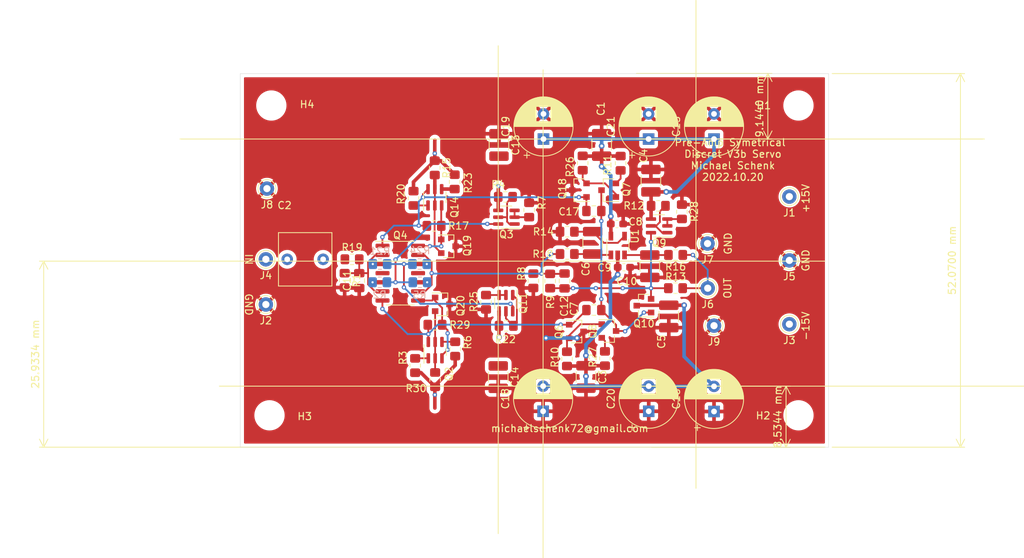
<source format=kicad_pcb>
(kicad_pcb (version 20211014) (generator pcbnew)
  (layers (0 "F.Cu" signal) (31 "B.Cu" signal) (34 "B.Paste" user) (35 "F.Paste" user) (36 "B.SilkS" user "B.Silkscreen") (37 "F.SilkS" user "F.Silkscreen") (38 "B.Mask" user) (39 "F.Mask" user) (44 "Edge.Cuts" user))
  (net 0 "")
  (net 1 "GND")
  (net 2 "+15V")
  (net 3 "Net-(C2-Pad2)")
  (net 4 "Net-(C2-Pad1)")
  (net 5 "-15V")
  (net 6 "Net-(C7-Pad2)")
  (net 7 "Net-(Q2-Pad2)")
  (net 8 "Net-(Q2-Pad1)")
  (net 9 "Net-(Q6-Pad2)")
  (net 10 "Net-(Q7-Pad2)")
  (net 11 "Net-(C12-Pad2)")
  (net 12 "Net-(C12-Pad1)")
  (net 13 "Net-(C17-Pad1)")
  (net 14 "Net-(C17-Pad2)")
  (net 15 "Net-(Q18-Pad2)")
  (net 16 "Net-(Q8-Pad2)")
  (net 17 "Net-(Q14-Pad2)")
  (net 18 "Net-(Q14-Pad1)")
  (net 19 "Net-(Q11-Pad1)")
  (net 20 "Net-(Q11-Pad6)")
  (net 21 "Net-(Q11-Pad2)")
  (net 22 "Net-(Q14-Pad4)")
  (net 23 "Net-(Q3-Pad6)")
  (net 24 "Net-(Q3-Pad1)")
  (net 25 "Net-(Q3-Pad2)")
  (net 26 "Net-(Q9-Pad2)")
  (net 27 "Net-(Q9-Pad1)")
  (net 28 "Net-(Q2-Pad4)")
  (net 29 "Net-(Q2-Pad3)")
  (net 30 "Net-(Q14-Pad3)")
  (net 31 "Net-(Q4-Pad12)")
  (net 32 "Net-(Q4-Pad10)")
  (net 33 "Net-(Q4-Pad5)")
  (net 34 "Net-(Q4-Pad3)")
  (net 35 "Net-(C6-Pad2)")
  (net 36 "DCSERVO_OUT")
  (net 37 "Net-(C10-Pad2)")
  (net 38 "DCSERVO_IN")
  (net 39 "Net-(Q4-Pad2)")
  (footprint "Capacitor_THT:C_Rect_L7.2mm_W7.2mm_P5.00mm_FKS2_FKP2_MKS2_MKP2" (layer "F.Cu") (at 133.4516 121.7676 180)
    (fp_text reference "C2")
    (fp_text value "3.3uF")
  )
  (footprint "Capacitor_SMD:C_1210_3225Metric_Pad1.33x2.70mm_HandSolder" (layer "F.Cu") (at 181.584674 129.7309 -90)
    (fp_text reference "C5")
    (fp_text value "100nF")
  )
  (footprint "Capacitor_SMD:C_0805_2012Metric_Pad1.18x1.45mm_HandSolder" (layer "F.Cu") (at 171.149174 128.8415 180)
    (fp_text reference "C7")
    (fp_text value "470pF")
  )
  (footprint "MountingHole:MountingHole_3.2mm_M3" (layer "F.Cu") (at 125.984 143.51)
    (fp_text reference "H3")
    (fp_text value "MountingHole")
  )
  (footprint "Connector_Pin:Pin_D1.0mm_L10.0mm" (layer "F.Cu") (at 125.476 128.0668)
    (fp_text reference "J2")
    (fp_text value "Conn_01x01")
  )
  (footprint "Connector_Pin:Pin_D1.0mm_L10.0mm" (layer "F.Cu") (at 125.476 121.7676)
    (fp_text reference "J4")
    (fp_text value "Conn_01x01")
  )
  (footprint "Package_TO_SOT_SMD:SOT-23" (layer "F.Cu") (at 168.710174 131.826)
    (fp_text reference "Q6")
    (fp_text value "BC850C")
  )
  (footprint "Package_TO_SOT_SMD:SOT-23" (layer "F.Cu") (at 173.218674 112.1308 180)
    (fp_text reference "Q7")
    (fp_text value "BC860C")
  )
  (footprint "Package_TO_SOT_SMD:SOT-23" (layer "F.Cu") (at 178.120874 128.2294 180)
    (fp_text reference "Q10")
    (fp_text value "BC860C")
  )
  (footprint "Resistor_SMD:R_0805_2012Metric_Pad1.20x1.40mm_HandSolder" (layer "F.Cu") (at 136.4488 124.698 -90)
    (fp_text reference "R1")
    (fp_text value "10k")
  )
  (footprint "Resistor_SMD:R_0805_2012Metric_Pad1.20x1.40mm_HandSolder" (layer "F.Cu") (at 146.265974 136.5725 -90)
    (fp_text reference "R3")
    (fp_text value "68R")
  )
  (footprint "Resistor_SMD:R_0805_2012Metric_Pad1.20x1.40mm_HandSolder" (layer "F.Cu") (at 158.835674 113.0681)
    (fp_text reference "R4")
    (fp_text value "100R")
  )
  (footprint "Resistor_SMD:R_0805_2012Metric_Pad1.20x1.40mm_HandSolder" (layer "F.Cu") (at 151.841274 134.2611 -90)
    (fp_text reference "R6")
    (fp_text value "68R")
  )
  (footprint "Resistor_SMD:R_0805_2012Metric_Pad1.20x1.40mm_HandSolder" (layer "F.Cu") (at 165.061974 124.7935 90)
    (fp_text reference "R9")
    (fp_text value "10k")
  )
  (footprint "Resistor_SMD:R_0805_2012Metric_Pad1.20x1.40mm_HandSolder" (layer "F.Cu") (at 167.411474 135.6454 -90)
    (fp_text reference "R10")
    (fp_text value "2k2")
  )
  (footprint "MountingHole:MountingHole_3.2mm_M3" (layer "F.Cu") (at 199.644 143.51)
    (fp_text reference "H2")
    (fp_text value "MountingHole")
  )
  (footprint "MountingHole:MountingHole_3.2mm_M3" (layer "F.Cu") (at 199.644 100.33)
    (fp_text reference "H1")
    (fp_text value "MountingHole")
  )
  (footprint "Resistor_SMD:R_0805_2012Metric_Pad1.20x1.40mm_HandSolder" (layer "F.Cu") (at 174.879074 108.3724 -90)
    (fp_text reference "R11")
    (fp_text value "39R")
  )
  (footprint "Capacitor_SMD:C_1210_3225Metric_Pad1.33x2.70mm_HandSolder" (layer "F.Cu") (at 179.095474 110.8071 -90)
    (fp_text reference "C4")
    (fp_text value "100nF")
  )
  (footprint "MountingHole:MountingHole_3.2mm_M3" (layer "F.Cu") (at 126.238 100.33)
    (fp_text reference "H4")
    (fp_text value "MountingHole")
  )
  (footprint "Resistor_SMD:R_0805_2012Metric_Pad1.20x1.40mm_HandSolder" (layer "F.Cu") (at 162.725174 124.7615 -90)
    (fp_text reference "R8")
    (fp_text value "10k")
  )
  (footprint "Capacitor_SMD:C_0805_2012Metric_Pad1.18x1.45mm_HandSolder" (layer "F.Cu") (at 167.068574 124.7814 90)
    (fp_text reference "C12")
    (fp_text value "0pF")
  )
  (footprint "Capacitor_SMD:C_1210_3225Metric_Pad1.33x2.70mm_HandSolder" (layer "F.Cu") (at 157.8356 138.1883 -90)
    (fp_text reference "C14")
    (fp_text value "100nF")
  )
  (footprint "Resistor_SMD:R_0805_2012Metric_Pad1.20x1.40mm_HandSolder" (layer "F.Cu") (at 162.140974 114.8875 90)
    (fp_text reference "R7")
    (fp_text value "10k")
  )
  (footprint "Connector_Pin:Pin_D1.0mm_L10.0mm" (layer "F.Cu") (at 187.007574 125.7935)
    (fp_text reference "J6")
    (fp_text value "Conn_01x01")
  )
  (footprint "Connector_Pin:Pin_D1.0mm_L10.0mm" (layer "F.Cu") (at 186.982174 119.5705)
    (fp_text reference "J7")
    (fp_text value "Conn_01x01")
  )
  (footprint "Package_TO_SOT_SMD:SOT-23" (layer "F.Cu") (at 173.250174 131.76)
    (fp_text reference "Q8")
    (fp_text value "BC850C")
  )
  (footprint "Capacitor_THT:CP_Radial_D8.0mm_P3.50mm" (layer "F.Cu") (at 187.883874 105.0036 90)
    (fp_text reference "C15")
    (fp_text value "220uF")
  )
  (footprint "Capacitor_SMD:C_0805_2012Metric_Pad1.18x1.45mm_HandSolder" (layer "F.Cu") (at 171.149174 115.0366 180)
    (fp_text reference "C17")
    (fp_text value "470pF")
  )
  (footprint "Package_TO_SOT_SMD:SOT-23" (layer "F.Cu") (at 169.129274 112.1308 180)
    (fp_text reference "Q18")
    (fp_text value "BC860C")
  )
  (footprint "Resistor_SMD:R_0805_2012Metric_Pad1.20x1.40mm_HandSolder" (layer "F.Cu") (at 146.037374 113.2619 -90)
    (fp_text reference "R20")
    (fp_text value "68R")
  )
  (footprint "Resistor_SMD:R_0805_2012Metric_Pad1.20x1.40mm_HandSolder" (layer "F.Cu") (at 158.943874 131.0386 180)
    (fp_text reference "R22")
    (fp_text value "100R")
  )
  (footprint "Resistor_SMD:R_0805_2012Metric_Pad1.20x1.40mm_HandSolder" (layer "F.Cu") (at 151.765074 110.9759 -90)
    (fp_text reference "R23")
    (fp_text value "68R")
  )
  (footprint "Resistor_SMD:R_0805_2012Metric_Pad1.20x1.40mm_HandSolder" (layer "F.Cu") (at 156.133874 127.746 90)
    (fp_text reference "R25")
    (fp_text value "10k")
  )
  (footprint "Resistor_SMD:R_0805_2012Metric_Pad1.20x1.40mm_HandSolder" (layer "F.Cu") (at 169.595874 108.347 -90)
    (fp_text reference "R26")
    (fp_text value "2k2")
  )
  (footprint "Resistor_SMD:R_0805_2012Metric_Pad1.20x1.40mm_HandSolder" (layer "F.Cu") (at 172.694674 135.5946 -90)
    (fp_text reference "R27")
    (fp_text value "39R")
  )
  (footprint "Resistor_SMD:R_0805_2012Metric_Pad1.20x1.40mm_HandSolder" (layer "F.Cu") (at 183.413474 115.1415 90)
    (fp_text reference "R28")
    (fp_text value "10k")
  )
  (footprint "Connector_Pin:Pin_D1.0mm_L10.0mm" (layer "F.Cu") (at 198.374 113.03)
    (fp_text reference "J1")
    (fp_text value "Conn_01x01")
  )
  (footprint "Connector_Pin:Pin_D1.0mm_L10.0mm" (layer "F.Cu") (at 198.374 130.81)
    (fp_text reference "J3")
    (fp_text value "Conn_01x01")
  )
  (footprint "Connector_Pin:Pin_D1.0mm_L10.0mm" (layer "F.Cu") (at 198.374 121.92)
    (fp_text reference "J5")
    (fp_text value "Conn_01x01")
  )
  (footprint "Capacitor_THT:CP_Radial_D8.0mm_P3.50mm" (layer "F.Cu") (at 187.883874 142.978251 90)
    (fp_text reference "C16")
    (fp_text value "220uF")
  )
  (footprint "Package_TO_SOT_SMD:SOT-23" (layer "F.Cu") (at 150.047274 128.0439)
    (fp_text reference "Q20")
    (fp_text value "BC850C")
  )
  (footprint "Resistor_SMD:R_0805_2012Metric_Pad1.20x1.40mm_HandSolder" (layer "F.Cu") (at 148.898174 117.1067 180)
    (fp_text reference "R17")
    (fp_text value "47k")
  )
  (footprint "Resistor_SMD:R_0805_2012Metric_Pad1.20x1.40mm_HandSolder" (layer "F.Cu") (at 149.025174 130.8862 180)
    (fp_text reference "R29")
    (fp_text value "47k")
  )
  (footprint "Resistor_SMD:R_0805_2012Metric_Pad1.20x1.40mm_HandSolder" (layer "F.Cu") (at 149.047274 138.541 -90)
    (fp_text reference "R30")
    (fp_text value "1k")
  )
  (footprint "Package_SO:SC-74-6_1.5x2.9mm_P0.95mm" (layer "F.Cu") (at 158.973174 115.8977 180)
    (fp_text reference "Q3")
    (fp_text value "BCM857DS,115")
  )
  (footprint "Package_SO:SC-74-6_1.5x2.9mm_P0.95mm" (layer "F.Cu") (at 180.245674 117.1067 180)
    (fp_text reference "Q9")
    (fp_text value "BCM857DS,115")
  )
  (footprint "Package_SO:SC-74-6_1.5x2.9mm_P0.95mm" (layer "F.Cu") (at 158.904974 127.8788 -90)
    (fp_text reference "Q11")
    (fp_text value "BCM847DS,115")
  )
  (footprint "Capacitor_SMD:C_1210_3225Metric_Pad1.33x2.70mm_HandSolder" (layer "F.Cu") (at 157.9372 105.8287 -90)
    (fp_text reference "C13")
    (fp_text value "100nF")
  )
  (footprint "Package_SO:SC-74-6_1.5x2.9mm_P0.95mm" (layer "F.Cu") (at 149.006674 113.1244 90)
    (fp_text reference "Q14")
    (fp_text value "BCM857DS,115")
  )
  (footprint "Resistor_SMD:R_0805_2012Metric_Pad1.20x1.40mm_HandSolder" (layer "F.Cu") (at 180.120874 114.3127)
    (fp_text reference "R12")
    (fp_text value "100R")
  )
  (footprint "Package_SO:SC-74-6_1.5x2.9mm_P0.95mm" (layer "F.Cu") (at 149.049774 134.424 90)
    (fp_text reference "Q2")
    (fp_text value "BCM847DS,115")
  )
  (footprint "Package_TO_SOT_SMD:SOT-23" (layer "F.Cu") (at 150.898174 119.949)
    (fp_text reference "Q19")
    (fp_text value "BC860C")
  )
  (footprint "Resistor_SMD:R_0805_2012Metric_Pad1.20x1.40mm_HandSolder" (layer "F.Cu") (at 148.996474 109.0201 -90)
    (fp_text reference "R15")
    (fp_text value "1k")
  )
  (footprint "Package_SO:SOIC-14_3.9x8.7mm_P1.27mm" (layer "F.Cu") (at 144.195874 123.698)
    (fp_text reference "Q4")
    (fp_text value "THAT340")
  )
  (footprint "Capacitor_SMD:C_1210_3225Metric_Pad1.33x2.70mm_HandSolder" (layer "F.Cu") (at 172.237474 105.8287 -90)
    (fp_text reference "C1")
    (fp_text value "100nF")
  )
  (footprint "Capacitor_SMD:C_1210_3225Metric_Pad1.33x2.70mm_HandSolder" (layer "F.Cu") (at 170.053074 138.1637 -90)
    (fp_text reference "C3")
    (fp_text value "100nF")
  )
  (footprint "Capacitor_SMD:C_1210_3225Metric_Pad1.33x2.70mm_HandSolder" (layer "F.Cu") (at 178.943074 122.7328 90)
    (fp_text reference "C10")
    (fp_text value "1uF")
  )
  (footprint "Resistor_SMD:R_0805_2012Metric_Pad1.20x1.40mm_HandSolder" (layer "F.Cu") (at 167.440174 121.031 180)
    (fp_text reference "R18")
    (fp_text value "10k")
  )
  (footprint "Resistor_SMD:R_0805_2012Metric_Pad1.20x1.40mm_HandSolder" (layer "F.Cu") (at 182.533874 121.158 180)
    (fp_text reference "R16")
    (fp_text value "100k")
  )
  (footprint "Capacitor_SMD:C_0603_1608Metric_Pad1.08x0.95mm_HandSolder" (layer "F.Cu") (at 175.335174 122.8725 180)
    (fp_text reference "C9")
    (fp_text value "100nF")
  )
  (footprint "Resistor_SMD:R_0805_2012Metric_Pad1.20x1.40mm_HandSolder" (layer "F.Cu") (at 167.440174 117.9195 180)
    (fp_text reference "R14")
    (fp_text value "100k")
  )
  (footprint "Capacitor_SMD:C_0603_1608Metric_Pad1.08x0.95mm_HandSolder" (layer "F.Cu") (at 174.369974 116.84 180)
    (fp_text reference "C8")
    (fp_text value "100nF")
  )
  (footprint "Package_TO_SOT_SMD:TSOT-23-5" (layer "F.Cu") (at 174.472674 119.848 90)
    (fp_text reference "U1")
    (fp_text value "OPA188xxDBV")
  )
  (footprint "Capacitor_SMD:C_1210_3225Metric_Pad1.33x2.70mm_HandSolder" (layer "F.Cu") (at 170.980174 119.4685 90)
    (fp_text reference "C6")
    (fp_text value "1uF")
  )
  (footprint "Resistor_SMD:R_0805_2012Metric_Pad1.20x1.40mm_HandSolder" (layer "F.Cu") (at 182.521174 125.7935 180)
    (fp_text reference "R13")
    (fp_text value "47R")
  )
  (footprint "Capacitor_THT:CP_Radial_D8.0mm_P3.50mm" (layer "F.Cu") (at 164.084 142.946 90)
    (fp_text reference "C18")
    (fp_text value "220uF")
  )
  (footprint "Connector_Pin:Pin_D1.0mm_L10.0mm" (layer "F.Cu") (at 187.883874 131.0132)
    (fp_text reference "J9")
    (fp_text value "Conn_01x01")
  )
  (footprint "Connector_Pin:Pin_D1.0mm_L10.0mm" (layer "F.Cu") (at 125.6284 111.9124)
    (fp_text reference "J8")
    (fp_text value "Conn_01x01")
  )
  (footprint "Capacitor_THT:CP_Radial_D8.0mm_P3.50mm" (layer "F.Cu") (at 178.790674 142.946 90)
    (fp_text reference "C20")
    (fp_text value "220uF")
  )
  (footprint "Resistor_SMD:R_0805_2012Metric_Pad1.20x1.40mm_HandSolder" (layer "F.Cu") (at 137.4808 121.7676)
    (fp_text reference "R19")
    (fp_text value "470R")
  )
  (footprint "Capacitor_THT:CP_Radial_D8.0mm_P3.50mm" (layer "F.Cu") (at 164.1348 105.0036 90)
    (fp_text reference "C19")
    (fp_text value "220uF")
  )
  (footprint "Capacitor_SMD:C_0805_2012Metric_Pad1.18x1.45mm_HandSolder" (layer "F.Cu") (at 138.4808 124.7355 90)
    (fp_text reference "C11")
    (fp_text value "33p")
  )
  (footprint "Capacitor_THT:CP_Radial_D8.0mm_P3.50mm" (layer "F.Cu") (at 178.772635 105.0036 90)
    (fp_text reference "C21")
    (fp_text value "220uF")
  )
  (footprint "Resistor_SMD:R_0805_2012Metric_Pad1.20x1.40mm_HandSolder" (layer "B.Cu") (at 141.335074 124.968 180)
    (fp_text reference "R2")
    (fp_text value "100R")
  )
  (footprint "Resistor_SMD:R_0805_2012Metric_Pad1.20x1.40mm_HandSolder" (layer "B.Cu") (at 146.939074 124.968)
    (fp_text reference "R5")
    (fp_text value "100R")
  )
  (footprint "Resistor_SMD:R_0805_2012Metric_Pad1.20x1.40mm_HandSolder" (layer "B.Cu") (at 141.367074 122.428)
    (fp_text reference "R21")
    (fp_text value "100R")
  )
  (footprint "Resistor_SMD:R_0805_2012Metric_Pad1.20x1.40mm_HandSolder" (layer "B.Cu") (at 146.888274 122.428 180)
    (fp_text reference "R24")
    (fp_text value "100R")
  )
  (gr_line (start 119.006 139.446) (end 231.006 139.446) (layer "F.SilkS") (width 0.12))
  (gr_line (start 157.8356 91.9988) (end 157.8356 159.9988) (layer "F.SilkS") (width 0.12))
  (gr_line (start 185.3692 85.6848) (end 185.3692 153.6848) (layer "F.SilkS") (width 0.12))
  (gr_line (start 164.084 95.3516) (end 164.084 163.3516) (layer "F.SilkS") (width 0.12))
  (gr_line (start 113.5196 105.0036) (end 225.5196 105.0036) (layer "F.SilkS") (width 0.12))
  (gr_line (start 203.835 95.885) (end 121.92 95.885) (layer "Edge.Cuts") (width 0.05))
  (gr_line (start 121.92 95.885) (end 121.92 96.52) (layer "Edge.Cuts") (width 0.05))
  (gr_line (start 121.92 96.52) (end 121.92 147.955) (layer "Edge.Cuts") (width 0.05))
  (gr_line (start 121.92 147.955) (end 203.835 147.955) (layer "Edge.Cuts") (width 0.05))
  (gr_line (start 203.835 147.955) (end 203.835 95.885) (layer "Edge.Cuts") (width 0.05))
  (gr_text "GND" (at 189.839674 119.5705 90) (layer "F.SilkS") (effects (font (size 1 1))))
  (gr_text "OUT" (at 189.776174 125.7935 90) (layer "F.SilkS") (effects (font (size 1 1))))
  (gr_text "michaelschenk72@gmail.com" (at 167.792474 145.3388) (layer "F.SilkS") (effects (font (size 1 1))))
  (gr_text "GND" (at 200.66 121.92 90) (layer "F.SilkS") (effects (font (size 1 1))))
  (gr_text "+15V" (at 200.66 113.284 90) (layer "F.SilkS") (effects (font (size 1 1))))
  (gr_text "-15V" (at 200.66 131.064 90) (layer "F.SilkS") (effects (font (size 1 1))))
  (gr_text "Pre-Amp Symetrical \nDiscret V3b Servo\nMichael Schenk\n2022.10.20" (at 190.5127 107.8992) (layer "F.SilkS") (effects (font (size 1 1))))
  (gr_text "GND" (at 123.0884 128.0668 270) (layer "F.SilkS") (effects (font (size 1 1))))
  (gr_text "IN" (at 123.0884 121.7676 270) (layer "F.SilkS") (effects (font (size 1 1))))
  (dimension (type aligned) (layer "F.SilkS") (pts (xy 178.6636 147.9804) (xy 178.6636 139.446)) (height 19.2532) (gr_text "8.5344 mm" (at 196.7668 143.7132 90) (layer "F.SilkS") (effects (font (size 1 1) (thickness 0.15)))) (format (units 3) (units_format 1) (precision 4)) (style (thickness 0.12) (arrow_length 1.27) (text_position_mode 0) (extension_height 0.58642) (extension_offset 0.5) keep_text_aligned))
  (dimension (type aligned) (layer "F.SilkS") (pts (xy 176.5808 105.0036) (xy 176.5808 95.8596)) (height 18.796) (gr_text "9.1440 mm" (at 194.2268 100.4316 90) (layer "F.SilkS") (effects (font (size 1 1) (thickness 0.15)))) (format (units 3) (units_format 1) (precision 4)) (style (thickness 0.12) (arrow_length 1.27) (text_position_mode 0) (extension_height 0.58642) (extension_offset 0.5) keep_text_aligned))
  (dimension (type aligned) (layer "F.SilkS") (pts (xy 203.835 95.885) (xy 203.835 147.955)) (height -18.3642) (gr_text "52.0700 mm" (at 221.0492 121.92 90) (layer "F.SilkS") (effects (font (size 1 1) (thickness 0.15)))) (format (units 3) (units_format 1) (precision 4)) (style (thickness 0.12) (arrow_length 1.27) (text_position_mode 0) (extension_height 0.58642) (extension_offset 0.5) keep_text_aligned))
  (dimension (type aligned) (layer "F.SilkS") (pts (xy 203.835 147.955) (xy 203.835 122.0216)) (height -109.2962) (gr_text "25.9334 mm" (at 93.3888 134.9883 90) (layer "F.SilkS") (effects (font (size 1 1) (thickness 0.15)))) (format (units 3) (units_format 1) (precision 4)) (style (thickness 0.12) (arrow_length 1.27) (text_position_mode 0) (extension_height 0.58642) (extension_offset 0.5) keep_text_aligned))
  (segment (start 169.710174 131.838626) (end 168.8084 132.7404) (width 0.5) (layer "F.Cu") (net 1))
  (segment (start 169.710174 131.826) (end 169.710174 131.838626) (width 0.5) (layer "F.Cu") (net 1))
  (via (at 168.8084 132.7404) (size 0.8) (drill 0.4) (layers "F.Cu" "B.Cu") (net 1))
  (via (at 164.4904 132.7404) (size 0.8) (drill 0.4) (layers "F.Cu" "B.Cu") (net 1))
  (segment (start 168.8084 132.7404) (end 164.4904 132.7404) (width 0.5) (layer "B.Cu") (net 1))
  (segment (start 148.996474 107.0102) (end 148.996474 105.1687) (width 0.5) (layer "F.Cu") (net 2))
  (segment (start 146.037374 112.2619) (end 146.037374 110.9792) (width 0.5) (layer "F.Cu") (net 2))
  (segment (start 173.507474 116.84) (end 173.507474 115.7732) (width 0.5) (layer "F.Cu") (net 2))
  (segment (start 172.256274 107.3724) (end 172.237474 107.3912) (width 0.5) (layer "F.Cu") (net 2))
  (segment (start 149.809274 108.0201) (end 151.765074 109.9759) (width 0.5) (layer "F.Cu") (net 2))
  (segment (start 148.996474 108.0201) (end 149.809274 108.0201) (width 0.5) (layer "F.Cu") (net 2))
  (segment (start 172.237474 107.3912) (end 172.237474 108.8136) (width 0.5) (layer "F.Cu") (net 2))
  (segment (start 179.120874 116.144) (end 179.108174 116.1567) (width 0.5) (layer "F.Cu") (net 2))
  (segment (start 146.037374 110.9792) (end 148.996474 108.0201) (width 0.5) (layer "F.Cu") (net 2))
  (segment (start 157.848374 111.5822) (end 157.848374 113.0554) (width 0.5) (layer "F.Cu") (net 2))
  (segment (start 179.120874 112.395) (end 179.095474 112.3696) (width 0.5) (layer "F.Cu") (net 2))
  (segment (start 148.996474 105.1687) (end 149.009174 105.156) (width 0.5) (layer "F.Cu") (net 2))
  (segment (start 179.095474 112.3696) (end 181.229074 112.3696) (width 0.5) (layer "F.Cu") (net 2))
  (segment (start 172.237474 107.3912) (end 172.237474 105.9688) (width 0.5) (layer "F.Cu") (net 2))
  (segment (start 157.848374 113.0554) (end 157.835674 113.0681) (width 0.5) (layer "F.Cu") (net 2))
  (segment (start 172.237474 107.3912) (end 169.640074 107.3912) (width 0.5) (layer "F.Cu") (net 2))
  (segment (start 174.879074 107.3724) (end 172.256274 107.3724) (width 0.5) (layer "F.Cu") (net 2))
  (segment (start 179.120874 114.3127) (end 179.120874 116.144) (width 0.5) (layer "F.Cu") (net 2))
  (segment (start 148.996474 108.0201) (end 148.996474 107.0102) (width 0.5) (layer "F.Cu") (net 2))
  (segment (start 173.522674 116.8552) (end 173.507474 116.84) (width 0.5) (layer "F.Cu") (net 2))
  (segment (start 169.640074 107.3912) (end 169.595874 107.347) (width 0.5) (layer "F.Cu") (net 2))
  (segment (start 173.522674 118.538) (end 173.522674 116.8552) (width 0.5) (layer "F.Cu") (net 2))
  (segment (start 170.154674 107.3724) (end 170.129274 107.347) (width 0.25) (layer "F.Cu") (net 2))
  (segment (start 157.835674 113.0681) (end 157.835674 114.9477) (width 0.5) (layer "F.Cu") (net 2))
  (segment (start 179.120874 114.3127) (end 179.120874 112.395) (width 0.5) (layer "F.Cu") (net 2))
  (via (at 172.237474 105.9688) (size 0.8) (drill 0.4) (layers "F.Cu" "B.Cu") (net 2))
  (via (at 181.229074 112.3696) (size 0.8) (drill 0.4) (layers "F.Cu" "B.Cu") (net 2))
  (via (at 172.237474 108.8136) (size 0.8) (drill 0.4) (layers "F.Cu" "B.Cu") (net 2))
  (via (at 173.507474 115.7732) (size 0.8) (drill 0.4) (layers "F.Cu" "B.Cu") (net 2))
  (via (at 148.996474 107.0102) (size 0.6) (drill 0.3) (layers "F.Cu" "B.Cu") (net 2))
  (via (at 157.848374 111.5822) (size 0.6) (drill 0.3) (layers "F.Cu" "B.Cu") (net 2))
  (segment (start 187.883874 107.188) (end 187.883874 105.0036) (width 0.5) (layer "B.Cu") (net 2))
  (segment (start 157.861074 111.5695) (end 157.848374 111.5822) (width 0.5) (layer "B.Cu") (net 2))
  (segment (start 173.507474 115.7732) (end 173.507474 110.0836) (width 0.5) (layer "B.Cu") (net 2))
  (segment (start 172.4152 105.0036) (end 172.085074 105.0036) (width 0.5) (layer "B.Cu") (net 2))
  (segment (start 164.1348 105.0036) (end 172.4152 105.0036) (width 0.5) (layer "B.Cu") (net 2))
  (segment (start 182.702274 112.3696) (end 187.883874 107.188) (width 0.5) (layer "B.Cu") (net 2))
  (segment (start 172.237474 105.156) (end 172.085074 105.0036) (width 0.5) (layer "B.Cu") (net 2))
  (segment (start 187.883874 105.0036) (end 178.772635 105.0036) (width 0.5) (layer "B.Cu") (net 2))
  (segment (start 173.507474 110.0836) (end 172.237474 108.8136) (width 0.5) (layer "B.Cu") (net 2))
  (segment (start 178.772635 105.0036) (end 172.4152 105.0036) (width 0.5) (layer "B.Cu") (net 2))
  (segment (start 181.229074 112.3696) (end 182.702274 112.3696) (width 0.5) (layer "B.Cu") (net 2))
  (segment (start 172.237474 105.9688) (end 172.237474 105.156) (width 0.5) (layer "B.Cu") (net 2))
  (segment (start 149.009174 140.6525) (end 149.009174 139.5791) (width 0.5) (layer "F.Cu") (net 5))
  (segment (start 170.053074 136.6012) (end 170.053074 135.1788) (width 0.5) (layer "F.Cu") (net 5))
  (segment (start 157.943874 129.0274) (end 157.954974 129.0163) (width 0.5) (layer "F.Cu") (net 5))
  (segment (start 170.053074 136.6012) (end 172.688074 136.6012) (width 0.5) (layer "F.Cu") (net 5))
  (segment (start 167.767074 136.5946) (end 167.716274 136.6454) (width 0.25) (layer "F.Cu") (net 5))
  (segment (start 177.181874 128.1684) (end 177.120874 128.2294) (width 0.5) (layer "F.Cu") (net 5))
  (segment (start 147.078774 137.5725) (end 149.047274 139.541) (width 0.5) (layer "F.Cu") (net 5))
  (segment (start 172.257674 136.6148) (end 172.237474 136.5946) (width 0.5) (layer "F.Cu") (net 5))
  (segment (start 146.265974 137.5725) (end 147.078774 137.5725) (width 0.5) (layer "F.Cu") (net 5))
  (segment (start 149.009174 139.5791) (end 149.047274 139.541) (width 0.5) (layer "F.Cu") (net 5))
  (segment (start 157.943874 131.0386) (end 157.943874 129.0274) (width 0.5) (layer "F.Cu") (net 5))
  (segment (start 151.841274 136.536966) (end 149.047274 139.330966) (width 0.5) (layer "F.Cu") (net 5))
  (segment (start 151.841274 135.2611) (end 151.841274 136.536966) (width 0.5) (layer "F.Cu") (net 5))
  (segment (start 149.009174 142.494) (end 149.009174 140.6525) (width 0.5) (layer "F.Cu") (net 5))
  (segment (start 174.472674 122.8725) (end 174.472674 121.158) (width 0.5) (layer "F.Cu") (net 5))
  (segment (start 157.937274 131.0452) (end 157.943874 131.0386) (width 0.5) (layer "F.Cu") (net 5))
  (segment (start 170.053074 136.6012) (end 170.053074 138.0744) (width 0.5) (layer "F.Cu") (net 5))
  (segment (start 157.937274 132.6388) (end 157.937274 131.0452) (width 0.5) (layer "F.Cu") (net 5))
  (segment (start 174.472674 123.9012) (end 174.472674 122.8725) (width 0.5) (layer "F.Cu") (net 5))
  (segment (start 170.008874 136.6454) (end 170.053074 136.6012) (width 0.5) (layer "F.Cu") (net 5))
  (segment (start 181.584674 128.1684) (end 183.718274 128.1684) (width 0.5) (layer "F.Cu") (net 5))
  (segment (start 181.584674 128.1684) (end 177.181874 128.1684) (width 0.5) (layer "F.Cu") (net 5))
  (segment (start 149.047274 139.330966) (end 149.047274 139.541) (width 0.5) (layer "F.Cu") (net 5))
  (segment (start 167.746874 136.676) (end 167.716274 136.6454) (width 0.5) (layer "F.Cu") (net 5))
  (segment (start 172.688074 136.6012) (end 172.694674 136.5946) (width 0.5) (layer "F.Cu") (net 5))
  (segment (start 167.411474 136.6454) (end 170.008874 136.6454) (width 0.5) (layer "F.Cu") (net 5))
  (via (at 170.053074 138.0744) (size 0.8) (drill 0.4) (layers "F.Cu" "B.Cu") (net 5))
  (via (at 183.718274 128.1684) (size 0.8) (drill 0.4) (layers "F.Cu" "B.Cu") (net 5))
  (via (at 149.009174 140.6525) (size 0.6) (drill 0.3) (layers "F.Cu" "B.Cu") (net 5))
  (via (at 157.937274 132.6388) (size 0.8) (drill 0.4) (layers "F.Cu" "B.Cu") (net 5))
  (via (at 174.472674 123.9012) (size 0.8) (drill 0.4) (layers "F.Cu" "B.Cu") (net 5))
  (via (at 170.053074 135.1788) (size 0.8) (drill 0.4) (layers "F.Cu" "B.Cu") (net 5))
  (segment (start 173.456674 124.9172) (end 174.472674 123.9012) (width 0.5) (layer "B.Cu") (net 5))
  (segment (start 170.053074 133.6548) (end 173.456674 130.2512) (width 0.5) (layer "B.Cu") (net 5))
  (segment (start 173.456674 130.2512) (end 173.456674 124.9172) (width 0.5) (layer "B.Cu") (net 5))
  (segment (start 183.718274 135.312651) (end 183.718274 128.1684) (width 0.5) (layer "B.Cu") (net 5))
  (segment (start 187.883874 139.478251) (end 183.718274 135.312651) (width 0.5) (layer "B.Cu") (net 5))
  (segment (start 170.053074 135.1788) (end 170.053074 133.6548) (width 0.5) (layer "B.Cu") (net 5))
  (segment (start 178.790674 139.446) (end 169.951474 139.446) (width 0.5) (layer "B.Cu") (net 5))
  (segment (start 187.883874 139.478251) (end 178.822925 139.478251) (width 0.5) (layer "B.Cu") (net 5))
  (segment (start 170.053074 138.0744) (end 170.053074 139.3444) (width 0.5) (layer "B.Cu") (net 5))
  (segment (start 170.053074 139.3444) (end 169.951474 139.446) (width 0.5) (layer "B.Cu") (net 5))
  (segment (start 169.951474 139.446) (end 164.084 139.446) (width 0.5) (layer "B.Cu") (net 5))
  (segment (start 178.822925 139.478251) (end 178.790674 139.446) (width 0.5) (layer "B.Cu") (net 5))
  (segment (start 148.099774 133.2865) (end 148.099774 132.1866) (width 0.25) (layer "F.Cu") (net 6))
  (segment (start 166.537674 130.876) (end 166.535174 130.8735) (width 0.25) (layer "F.Cu") (net 6))
  (segment (start 148.012474 130.8735) (end 148.025174 130.8862) (width 0.25) (layer "F.Cu") (net 6))
  (segment (start 167.710174 130.876) (end 166.537674 130.876) (width 0.25) (layer "F.Cu") (net 6))
  (segment (start 148.099774 130.9608) (end 148.025174 130.8862) (width 0.25) (layer "F.Cu") (net 6))
  (segment (start 141.706674 128.6764) (end 141.706674 127.5222) (width 0.25) (layer "F.Cu") (net 6))
  (segment (start 141.706674 127.5222) (end 141.720874 127.508) (width 0.25) (layer "F.Cu") (net 6))
  (segment (start 167.710174 130.876) (end 168.077174 130.876) (width 0.25) (layer "F.Cu") (net 6))
  (segment (start 168.077174 130.876) (end 170.111674 128.8415) (width 0.25) (layer "F.Cu") (net 6))
  (segment (start 148.099774 132.1866) (end 148.099774 130.9608) (width 0.25) (layer "F.Cu") (net 6))
  (via (at 166.535174 130.8735) (size 0.6) (drill 0.3) (layers "F.Cu" "B.Cu") (net 6))
  (via (at 141.706674 128.6764) (size 0.6) (drill 0.3) (layers "F.Cu" "B.Cu") (net 6))
  (via (at 148.099774 132.1866) (size 0.6) (drill 0.3) (layers "F.Cu" "B.Cu") (net 6))
  (segment (start 148.099774 132.1866) (end 145.216874 132.1866) (width 0.25) (layer "B.Cu") (net 6))
  (segment (start 149.412874 130.8735) (end 148.099774 132.1866) (width 0.25) (layer "B.Cu") (net 6))
  (segment (start 166.535174 130.8735) (end 149.412874 130.8735) (width 0.25) (layer "B.Cu") (net 6))
  (segment (start 145.216874 132.1866) (end 141.706674 128.6764) (width 0.25) (layer "B.Cu") (net 6))
  (segment (start 149.049774 128.9964) (end 149.047274 128.9939) (width 0.25) (layer "F.Cu") (net 7))
  (segment (start 149.047274 137.541) (end 149.047274 135.564) (width 0.25) (layer "F.Cu") (net 7))
  (segment (start 149.049774 133.2865) (end 149.049774 128.9964) (width 0.25) (layer "F.Cu") (net 7))
  (segment (start 149.049774 135.5615) (end 149.049774 133.2865) (width 0.25) (layer "F.Cu") (net 7))
  (segment (start 149.047274 135.564) (end 149.049774 135.5615) (width 0.25) (layer "F.Cu") (net 7))
  (segment (start 148.099774 135.5615) (end 146.276974 135.5615) (width 0.25) (layer "F.Cu") (net 8))
  (segment (start 146.276974 135.5615) (end 146.265974 135.5725) (width 0.25) (layer "F.Cu") (net 8))
  (segment (start 167.716274 132.7821) (end 167.710174 132.776) (width 0.25) (layer "F.Cu") (net 9))
  (segment (start 167.710174 132.390998) (end 169.291172 130.81) (width 0.25) (layer "F.Cu") (net 9))
  (segment (start 167.411474 133.0747) (end 167.710174 132.776) (width 0.25) (layer "F.Cu") (net 9))
  (segment (start 167.710174 132.776) (end 167.710174 132.390998) (width 0.25) (layer "F.Cu") (net 9))
  (segment (start 167.411474 134.6454) (end 167.411474 133.0747) (width 0.25) (layer "F.Cu") (net 9))
  (segment (start 169.291172 130.81) (end 172.250174 130.81) (width 0.25) (layer "F.Cu") (net 9))
  (segment (start 174.879074 109.3724) (end 174.879074 110.5204) (width 0.25) (layer "F.Cu") (net 10))
  (segment (start 174.879074 110.5204) (end 174.218674 111.1808) (width 0.25) (layer "F.Cu") (net 10))
  (segment (start 148.564075 123.698599) (end 148.564075 122.178799) (width 0.25) (layer "F.Cu") (net 11))
  (segment (start 163.868174 123.7615) (end 165.029974 123.7615) (width 0.25) (layer "F.Cu") (net 11))
  (segment (start 167.018974 123.7935) (end 167.068574 123.7439) (width 0.25) (layer "F.Cu") (net 11))
  (segment (start 165.201674 121.031) (end 166.440174 121.031) (width 0.25) (layer "F.Cu") (net 11))
  (segment (start 147.645874 126.238) (end 148.564075 125.319799) (width 0.25) (layer "F.Cu") (net 11))
  (segment (start 162.725174 123.7615) (end 163.868174 123.7615) (width 0.25) (layer "F.Cu") (net 11))
  (segment (start 165.029974 123.7615) (end 165.061974 123.7935) (width 0.25) (layer "F.Cu") (net 11))
  (segment (start 148.564075 122.178799) (end 147.543276 121.158) (width 0.25) (layer "F.Cu") (net 11))
  (segment (start 165.061974 123.7935) (end 167.018974 123.7935) (width 0.25) (layer "F.Cu") (net 11))
  (segment (start 146.670874 126.238) (end 147.645874 126.238) (width 0.25) (layer "F.Cu") (net 11))
  (segment (start 148.564075 125.319799) (end 148.564075 123.698599) (width 0.25) (layer "F.Cu") (net 11))
  (segment (start 147.543276 121.158) (end 146.670874 121.158) (width 0.25) (layer "F.Cu") (net 11))
  (via (at 148.564075 123.698599) (size 0.6) (drill 0.3) (layers "F.Cu" "B.Cu") (net 11))
  (via (at 163.868174 123.7615) (size 0.6) (drill 0.3) (layers "F.Cu" "B.Cu") (net 11))
  (via (at 165.201674 121.031) (size 0.6) (drill 0.3) (layers "F.Cu" "B.Cu") (net 11))
  (segment (start 148.626976 123.7615) (end 148.564075 123.698599) (width 0.25) (layer "B.Cu") (net 11))
  (segment (start 163.868174 123.7615) (end 148.626976 123.7615) (width 0.25) (layer "B.Cu") (net 11))
  (segment (start 163.868174 123.7615) (end 163.868174 122.3645) (width 0.25) (layer "B.Cu") (net 11))
  (segment (start 163.868174 122.3645) (end 165.201674 121.031) (width 0.25) (layer "B.Cu") (net 11))
  (segment (start 179.108174 118.0567) (end 179.108174 119.3419) (width 0.25) (layer "F.Cu") (net 12))
  (segment (start 165.061974 125.7935) (end 167.043174 125.7935) (width 0.25) (layer "F.Cu") (net 12))
  (segment (start 171.424674 125.7935) (end 175.171174 125.7935) (width 0.25) (layer "F.Cu") (net 12))
  (segment (start 167.068574 125.8189) (end 168.224274 125.8189) (width 0.25) (layer "F.Cu") (net 12))
  (segment (start 179.133574 118.0821) (end 179.108174 118.0567) (width 0.25) (layer "F.Cu") (net 12))
  (segment (start 168.224274 125.8189) (end 168.249674 125.7935) (width 0.25) (layer "F.Cu") (net 12))
  (segment (start 179.108174 125.7935) (end 181.521174 125.7935) (width 0.25) (layer "F.Cu") (net 12))
  (segment (start 179.108174 125.7935) (end 179.108174 127.2667) (width 0.25) (layer "F.Cu") (net 12))
  (segment (start 167.043174 125.7935) (end 167.068574 125.8189) (width 0.25) (layer "F.Cu") (net 12))
  (segment (start 179.108174 127.2667) (end 179.120874 127.2794) (width 0.25) (layer "F.Cu") (net 12))
  (via (at 168.249674 125.7935) (size 0.6) (drill 0.3) (layers "F.Cu" "B.Cu") (net 12))
  (via (at 179.108174 125.7935) (size 0.6) (drill 0.3) (layers "F.Cu" "B.Cu") (net 12))
  (via (at 175.171174 125.7935) (size 0.6) (drill 0.3) (layers "F.Cu" "B.Cu") (net 12))
  (via (at 171.424674 125.7935) (size 0.6) (drill 0.3) (layers "F.Cu" "B.Cu") (net 12))
  (via (at 179.108174 119.3419) (size 0.6) (drill 0.3) (layers "F.Cu" "B.Cu") (net 12))
  (segment (start 179.108174 119.3419) (end 179.108174 125.7935) (width 0.25) (layer "B.Cu") (net 12))
  (segment (start 175.171174 125.7935) (end 179.108174 125.7935) (width 0.25) (layer "B.Cu") (net 12))
  (segment (start 168.249674 125.7935) (end 171.424674 125.7935) (width 0.25) (layer "B.Cu") (net 12))
  (segment (start 172.186674 128.8415) (end 172.186674 128.8415) (width 0.25) (layer "F.Cu") (net 13))
  (segment (start 175.460774 131.76) (end 175.501374 131.8006) (width 0.25) (layer "F.Cu") (net 13))
  (segment (start 174.250174 131.76) (end 174.250174 130.905) (width 0.25) (layer "F.Cu") (net 13))
  (segment (start 174.250174 131.76) (end 175.460774 131.76) (width 0.25) (layer "F.Cu") (net 13))
  (segment (start 172.186674 128.8415) (end 172.186674 127.3048) (width 0.25) (layer "F.Cu") (net 13))
  (segment (start 172.186674 115.57) (end 172.212074 115.5446) (width 0.25) (layer "F.Cu") (net 13))
  (segment (start 174.250174 130.905) (end 173.393174 130.048) (width 0.25) (layer "F.Cu") (net 13))
  (segment (start 179.115874 129.1844) (end 179.120874 129.1794) (width 0.25) (layer "F.Cu") (net 13))
  (segment (start 173.393174 130.048) (end 172.186674 128.8415) (width 0.25) (layer "F.Cu") (net 13))
  (segment (start 174.252674 131.7575) (end 174.250174 131.76) (width 0.25) (layer "F.Cu") (net 13))
  (segment (start 178.117574 129.1844) (end 179.115874 129.1844) (width 0.25) (layer "F.Cu") (net 13))
  (segment (start 172.186674 112.1628) (end 172.218674 112.1308) (width 0.25) (layer "F.Cu") (net 13))
  (segment (start 172.186674 116.4336) (end 172.186674 115.0366) (width 0.25) (layer "F.Cu") (net 13))
  (segment (start 172.186674 115.0366) (end 172.186674 112.1628) (width 0.25) (layer "F.Cu") (net 13))
  (via (at 172.186674 127.3048) (size 0.6) (drill 0.3) (layers "F.Cu" "B.Cu") (net 13))
  (via (at 172.186674 116.4336) (size 0.6) (drill 0.3) (layers "F.Cu" "B.Cu") (net 13))
  (via (at 178.117574 129.1844) (size 0.6) (drill 0.3) (layers "F.Cu" "B.Cu") (net 13))
  (via (at 175.501374 131.8006) (size 0.6) (drill 0.3) (layers "F.Cu" "B.Cu") (net 13))
  (segment (start 172.186674 116.9416) (end 172.186674 116.4336) (width 0.25) (layer "B.Cu") (net 13))
  (segment (start 172.186674 117.4496) (end 172.186674 116.9416) (width 0.25) (layer "B.Cu") (net 13))
  (segment (start 175.501374 131.8006) (end 178.117574 129.1844) (width 0.25) (layer "B.Cu") (net 13))
  (segment (start 172.186674 127.3048) (end 172.186674 117.4496) (width 0.25) (layer "B.Cu") (net 13))
  (segment (start 169.062474 113.1062) (end 170.103874 113.1062) (width 0.25) (layer "F.Cu") (net 14))
  (segment (start 147.358174 113.1189) (end 147.358174 112.6854) (width 0.25) (layer "F.Cu") (net 14))
  (segment (start 141.706674 118.6688) (end 141.706674 119.8738) (width 0.25) (layer "F.Cu") (net 14))
  (segment (start 170.103874 113.1062) (end 170.129274 113.0808) (width 0.25) (layer "F.Cu") (net 14))
  (segment (start 146.766274 117.0736) (end 147.865074 117.0736) (width 0.25) (layer "F.Cu") (net 14))
  (segment (start 147.865074 117.0736) (end 147.898174 117.1067) (width 0.25) (layer "F.Cu") (net 14))
  (segment (start 170.111674 115.0366) (end 170.111674 113.0984) (width 0.25) (layer "F.Cu") (net 14))
  (segment (start 170.111674 113.0984) (end 170.129274 113.0808) (width 0.25) (layer "F.Cu") (net 14))
  (segment (start 147.358174 112.6854) (end 148.056674 111.9869) (width 0.25) (layer "F.Cu") (net 14))
  (segment (start 141.706674 119.8738) (end 141.720874 119.888) (width 0.25) (layer "F.Cu") (net 14))
  (via (at 169.062474 113.1062) (size 0.6) (drill 0.3) (layers "F.Cu" "B.Cu") (net 14))
  (via (at 146.766274 117.0736) (size 0.6) (drill 0.3) (layers "F.Cu" "B.Cu") (net 14))
  (via (at 141.706674 118.6688) (size 0.6) (drill 0.3) (layers "F.Cu" "B.Cu") (net 14))
  (via (at 147.358174 113.1189) (size 0.6) (drill 0.3) (layers "F.Cu" "B.Cu") (net 14))
  (segment (start 146.766274 113.7108) (end 147.358174 113.1189) (width 0.25) (layer "B.Cu") (net 14))
  (segment (start 146.766274 117.0736) (end 146.766274 113.7108) (width 0.25) (layer "B.Cu") (net 14))
  (segment (start 169.049774 113.1189) (end 169.062474 113.1062) (width 0.25) (layer "B.Cu") (net 14))
  (segment (start 147.358174 113.1189) (end 169.049774 113.1189) (width 0.25) (layer "B.Cu") (net 14))
  (segment (start 146.766274 117.0736) (end 143.301874 117.0736) (width 0.25) (layer "B.Cu") (net 14))
  (segment (start 143.301874 117.0736) (end 141.706674 118.6688) (width 0.25) (layer "B.Cu") (net 14))
  (segment (start 169.062474 113.1062) (end 169.049774 113.0935) (width 0.25) (layer "B.Cu") (net 14))
  (segment (start 169.595874 110.6474) (end 170.129274 111.1808) (width 0.25) (layer "F.Cu") (net 15))
  (segment (start 172.703676 111.1808) (end 170.129274 111.1808) (width 0.25) (layer "F.Cu") (net 15))
  (segment (start 169.595874 109.347) (end 169.595874 110.6474) (width 0.25) (layer "F.Cu") (net 15))
  (segment (start 174.218674 113.0808) (end 174.218674 112.695798) (width 0.25) (layer "F.Cu") (net 15))
  (segment (start 174.218674 112.695798) (end 172.703676 111.1808) (width 0.25) (layer "F.Cu") (net 15))
  (segment (start 172.694674 133.1545) (end 172.250174 132.71) (width 0.25) (layer "F.Cu") (net 16))
  (segment (start 172.237474 132.7227) (end 172.250174 132.71) (width 0.25) (layer "F.Cu") (net 16))
  (segment (start 172.694674 134.5946) (end 172.694674 133.1545) (width 0.25) (layer "F.Cu") (net 16))
  (segment (start 149.898174 120.899) (end 148.973164 119.97399) (width 0.25) (layer "F.Cu") (net 17))
  (segment (start 148.973164 119.97399) (end 148.973164 114.29541) (width 0.25) (layer "F.Cu") (net 17))
  (segment (start 148.973164 114.29541) (end 149.006674 114.2619) (width 0.25) (layer "F.Cu") (net 17))
  (segment (start 149.011674 112.406) (end 149.011674 114.681) (width 0.25) (layer "F.Cu") (net 17))
  (segment (start 149.006674 110.0303) (end 148.996474 110.0201) (width 0.5) (layer "F.Cu") (net 17))
  (segment (start 149.006674 111.9869) (end 149.006674 110.0303) (width 0.5) (layer "F.Cu") (net 17))
  (segment (start 146.037374 114.2619) (end 148.056674 114.2619) (width 0.25) (layer "F.Cu") (net 18))
  (segment (start 160.429984 127.31631) (end 159.854974 126.7413) (width 0.25) (layer "F.Cu") (net 19))
  (segment (start 160.429984 130.55249) (end 160.429984 127.31631) (width 0.25) (layer "F.Cu") (net 19))
  (segment (start 158.904974 129.0163) (end 158.904974 129.9997) (width 0.25) (layer "F.Cu") (net 19))
  (segment (start 159.854974 127.3538) (end 159.854974 126.7413) (width 0.25) (layer "F.Cu") (net 19))
  (segment (start 158.904974 129.9997) (end 159.943874 131.0386) (width 0.25) (layer "F.Cu") (net 19))
  (segment (start 159.943874 131.0386) (end 160.429984 130.55249) (width 0.25) (layer "F.Cu") (net 19))
  (segment (start 159.854974 128.287919) (end 159.534102 127.967047) (width 0.25) (layer "F.Cu") (net 20))
  (segment (start 144.703874 125.6792) (end 144.703874 122.428) (width 0.25) (layer "F.Cu") (net 20))
  (segment (start 159.854974 129.0163) (end 159.854974 128.287919) (width 0.25) (layer "F.Cu") (net 20))
  (via (at 159.534102 127.967047) (size 0.6) (drill 0.3) (layers "F.Cu" "B.Cu") (net 20))
  (via (at 144.703874 125.6792) (size 0.6) (drill 0.3) (layers "F.Cu" "B.Cu") (net 20))
  (via (at 144.703874 122.428) (size 0.6) (drill 0.3) (layers "F.Cu" "B.Cu") (net 20))
  (segment (start 144.246674 122.428) (end 145.888274 122.428) (width 0.25) (layer "B.Cu") (net 20))
  (segment (start 142.367074 122.428) (end 144.246674 122.428) (width 0.25) (layer "B.Cu") (net 20))
  (segment (start 159.534102 127.967047) (end 146.991721 127.967047) (width 0.25) (layer "B.Cu") (net 20))
  (segment (start 146.991721 127.967047) (end 144.703874 125.6792) (width 0.25) (layer "B.Cu") (net 20))
  (segment (start 157.950274 126.746) (end 157.954974 126.7413) (width 0.25) (layer "F.Cu") (net 21))
  (segment (start 158.904974 126.7413) (end 157.954974 126.7413) (width 0.25) (layer "F.Cu") (net 21))
  (segment (start 156.133874 126.746) (end 157.950274 126.746) (width 0.25) (layer "F.Cu") (net 21))
  (segment (start 149.967674 111.9759) (end 149.956674 111.9869) (width 0.5) (layer "F.Cu") (net 22))
  (segment (start 151.765074 111.9759) (end 149.967674 111.9759) (width 0.5) (layer "F.Cu") (net 22))
  (segment (start 143.535474 121.803) (end 143.535474 124.968) (width 0.25) (layer "F.Cu") (net 23))
  (segment (start 157.835674 116.8477) (end 156.332074 116.8477) (width 0.25) (layer "F.Cu") (net 23))
  (segment (start 156.332074 116.8477) (end 156.311674 116.8273) (width 0.25) (layer "F.Cu") (net 23))
  (via (at 156.311674 116.8273) (size 0.6) (drill 0.3) (layers "F.Cu" "B.Cu") (net 23))
  (via (at 143.535474 121.803) (size 0.6) (drill 0.3) (layers "F.Cu" "B.Cu") (net 23))
  (via (at 143.535474 124.968) (size 0.6) (drill 0.3) (layers "F.Cu" "B.Cu") (net 23))
  (segment (start 144.195874 124.968) (end 145.939074 124.968) (width 0.25) (layer "B.Cu") (net 23))
  (segment (start 156.311674 116.8273) (end 148.511174 116.8273) (width 0.25) (layer "B.Cu") (net 23))
  (segment (start 148.511174 116.8273) (end 143.535474 121.803) (width 0.25) (layer "B.Cu") (net 23))
  (segment (start 142.335074 124.968) (end 144.195874 124.968) (width 0.25) (layer "B.Cu") (net 23))
  (segment (start 157.835674 115.8977) (end 158.950774 115.8977) (width 0.25) (layer "F.Cu") (net 24))
  (segment (start 159.073164 113.83061) (end 159.835674 113.0681) (width 0.25) (layer "F.Cu") (net 24))
  (segment (start 159.398174 116.8477) (end 159.073164 116.52269) (width 0.25) (layer "F.Cu") (net 24))
  (segment (start 159.073164 116.02009) (end 159.073164 115.37271) (width 0.25) (layer "F.Cu") (net 24))
  (segment (start 159.073164 115.37271) (end 159.073164 113.83061) (width 0.25) (layer "F.Cu") (net 24))
  (segment (start 160.110674 116.8477) (end 159.398174 116.8477) (width 0.25) (layer "F.Cu") (net 24))
  (segment (start 159.073164 116.52269) (end 159.073164 116.02009) (width 0.25) (layer "F.Cu") (net 24))
  (segment (start 158.950774 115.8977) (end 159.073164 116.02009) (width 0.25) (layer "F.Cu") (net 24))
  (segment (start 160.110674 114.9477) (end 160.110674 115.8977) (width 0.25) (layer "F.Cu") (net 25))
  (segment (start 162.130774 115.8977) (end 162.140974 115.8875) (width 0.25) (layer "F.Cu") (net 25))
  (segment (start 160.110674 115.8977) (end 162.130774 115.8977) (width 0.25) (layer "F.Cu") (net 25))
  (segment (start 181.383174 117.1067) (end 181.383174 116.1567) (width 0.25) (layer "F.Cu") (net 26))
  (segment (start 181.383174 116.1567) (end 183.398274 116.1567) (width 0.25) (layer "F.Cu") (net 26))
  (segment (start 183.398274 116.1567) (end 183.413474 116.1415) (width 0.25) (layer "F.Cu") (net 26))
  (segment (start 180.670674 118.0567) (end 179.720674 117.1067) (width 0.25) (layer "F.Cu") (net 27))
  (segment (start 179.108174 117.1067) (end 179.820674 117.1067) (width 0.25) (layer "F.Cu") (net 27))
  (segment (start 179.720674 117.1067) (end 179.108174 117.1067) (width 0.25) (layer "F.Cu") (net 27))
  (segment (start 180.345664 116.58171) (end 180.345664 115.08791) (width 0.25) (layer "F.Cu") (net 27))
  (segment (start 180.345664 115.08791) (end 181.120874 114.3127) (width 0.25) (layer "F.Cu") (net 27))
  (segment (start 179.820674 117.1067) (end 180.345664 116.58171) (width 0.25) (layer "F.Cu") (net 27))
  (segment (start 181.383174 118.0567) (end 180.670674 118.0567) (width 0.25) (layer "F.Cu") (net 27))
  (segment (start 151.841274 133.2611) (end 150.025174 133.2611) (width 0.25) (layer "F.Cu") (net 28))
  (segment (start 150.025174 133.2611) (end 149.999774 133.2865) (width 0.25) (layer "F.Cu") (net 28))
  (segment (start 150.025174 130.8862) (end 150.025174 128.536798) (width 0.25) (layer "F.Cu") (net 29))
  (segment (start 148.633174 127.508) (end 149.047274 127.0939) (width 0.25) (layer "F.Cu") (net 29))
  (segment (start 150.025174 128.536798) (end 149.047274 127.558898) (width 0.25) (layer "F.Cu") (net 29))
  (segment (start 150.787174 131.6482) (end 150.025174 130.8862) (width 0.25) (layer "F.Cu") (net 29))
  (segment (start 149.047274 127.558898) (end 149.047274 127.0939) (width 0.25) (layer "F.Cu") (net 29))
  (segment (start 150.787174 132.08) (end 150.787174 131.6482) (width 0.25) (layer "F.Cu") (net 29))
  (segment (start 149.999774 135.5615) (end 149.999774 135.1534) (width 0.25) (layer "F.Cu") (net 29))
  (segment (start 149.999774 135.1534) (end 150.787174 134.366) (width 0.25) (layer "F.Cu") (net 29))
  (segment (start 146.670874 127.508) (end 148.633174 127.508) (width 0.25) (layer "F.Cu") (net 29))
  (via (at 150.787174 132.08) (size 0.6) (drill 0.3) (layers "F.Cu" "B.Cu") (net 29))
  (via (at 150.787174 134.366) (size 0.6) (drill 0.3) (layers "F.Cu" "B.Cu") (net 29))
  (segment (start 150.787174 134.366) (end 150.787174 132.08) (width 0.25) (layer "B.Cu") (net 29))
  (segment (start 146.721674 119.9388) (end 146.670874 119.888) (width 0.25) (layer "F.Cu") (net 30))
  (segment (start 149.898174 114.3204) (end 149.956674 114.2619) (width 0.25) (layer "F.Cu") (net 30))
  (segment (start 149.898174 118.999) (end 149.898174 119.9515) (width 0.25) (layer "F.Cu") (net 30))
  (segment (start 149.898174 117.1067) (end 149.898174 114.3204) (width 0.25) (layer "F.Cu") (net 30))
  (segment (start 149.898174 118.999) (end 149.898174 117.1067) (width 0.25) (layer "F.Cu") (net 30))
  (segment (start 148.310674 119.9388) (end 146.721674 119.9388) (width 0.25) (layer "F.Cu") (net 30))
  (via (at 148.310674 119.9388) (size 0.6) (drill 0.3) (layers "F.Cu" "B.Cu") (net 30))
  (via (at 149.898174 119.9515) (size 0.6) (drill 0.3) (layers "F.Cu" "B.Cu") (net 30))
  (segment (start 148.323374 119.9515) (end 148.310674 119.9388) (width 0.25) (layer "B.Cu") (net 30))
  (segment (start 149.898174 119.9515) (end 148.323374 119.9515) (width 0.25) (layer "B.Cu") (net 30))
  (segment (start 146.670874 122.428) (end 147.888274 122.428) (width 0.25) (layer "F.Cu") (net 31))
  (via (at 147.888274 122.428) (size 0.6) (drill 0.3) (layers "F.Cu" "B.Cu") (net 31))
  (segment (start 146.670874 124.968) (end 147.939074 124.968) (width 0.25) (layer "F.Cu") (net 32))
  (via (at 147.939074 124.968) (size 0.6) (drill 0.3) (layers "F.Cu" "B.Cu") (net 32))
  (segment (start 141.720874 124.968) (end 140.335074 124.968) (width 0.25) (layer "F.Cu") (net 33))
  (via (at 140.335074 124.968) (size 0.6) (drill 0.3) (layers "F.Cu" "B.Cu") (net 33))
  (segment (start 141.720874 122.428) (end 140.367074 122.428) (width 0.25) (layer "F.Cu") (net 34))
  (via (at 140.367074 122.428) (size 0.6) (drill 0.3) (layers "F.Cu" "B.Cu") (net 34))
  (segment (start 172.547175 119.473001) (end 174.487673 119.473001) (width 0.25) (layer "F.Cu") (net 35))
  (segment (start 168.440174 117.9195) (end 170.966674 117.9195) (width 0.25) (layer "F.Cu") (net 35))
  (segment (start 174.487673 119.473001) (end 175.422674 118.538) (width 0.25) (layer "F.Cu") (net 35))
  (segment (start 170.966674 117.9195) (end 170.980174 117.906) (width 0.25) (layer "F.Cu") (net 35))
  (segment (start 170.980174 117.906) (end 172.547175 119.473001) (width 0.25) (layer "F.Cu") (net 35))
  (segment (start 173.522674 121.158) (end 171.107174 121.158) (width 0.25) (layer "F.Cu") (net 36))
  (segment (start 171.107174 121.158) (end 170.980174 121.031) (width 0.25) (layer "F.Cu") (net 36))
  (segment (start 168.440174 121.031) (end 170.980174 121.031) (width 0.25) (layer "F.Cu") (net 36))
  (segment (start 175.434974 121.1703) (end 175.422674 121.158) (width 0.25) (layer "F.Cu") (net 37))
  (segment (start 178.943074 121.1703) (end 181.521574 121.1703) (width 0.25) (layer "F.Cu") (net 37))
  (segment (start 181.521574 121.1703) (end 181.533874 121.158) (width 0.25) (layer "F.Cu") (net 37))
  (segment (start 178.943074 121.1703) (end 175.434974 121.1703) (width 0.25) (layer "F.Cu") (net 37))
  (segment (start 183.521174 125.7935) (end 187.007574 125.7935) (width 0.25) (layer "F.Cu") (net 38))
  (segment (start 184.937474 121.158) (end 183.533874 121.158) (width 0.25) (layer "F.Cu") (net 38))
  (via (at 184.937474 121.158) (size 0.6) (drill 0.3) (layers "F.Cu" "B.Cu") (net 38))
  (segment (start 187.007574 123.2281) (end 184.937474 121.158) (width 0.25) (layer "B.Cu") (net 38))
  (segment (start 187.007574 125.7935) (end 187.007574 123.2281) (width 0.25) (layer "B.Cu") (net 38))
  (segment (start 139.710073 123.713401) (end 139.710073 122.193801) (width 0.25) (layer "F.Cu") (net 39))
  (segment (start 139.710073 125.268001) (end 139.710073 123.713401) (width 0.25) (layer "F.Cu") (net 39))
  (segment (start 141.720874 126.238) (end 140.680072 126.238) (width 0.25) (layer "F.Cu") (net 39))
  (segment (start 138.4808 123.698) (end 138.4808 121.7676) (width 0.25) (layer "F.Cu") (net 39))
  (segment (start 138.4808 123.698) (end 139.694672 123.698) (width 0.25) (layer "F.Cu") (net 39))
  (segment (start 139.710073 122.193801) (end 140.745874 121.158) (width 0.25) (layer "F.Cu") (net 39))
  (segment (start 140.680072 126.238) (end 139.710073 125.268001) (width 0.25) (layer "F.Cu") (net 39))
  (segment (start 140.745874 121.158) (end 141.720874 121.158) (width 0.25) (layer "F.Cu") (net 39))
  (segment (start 139.694672 123.698) (end 139.710073 123.713401) (width 0.25) (layer "F.Cu") (net 39))
  (segment (start 138.4808 123.698) (end 136.4488 123.698) (width 0.25) (layer "F.Cu") (net 39))
  (zone (net 1) (net_name "GND") (layer "F.Cu") (connect_pads (clearance 0.508)) (min_thickness 0.254) (fill yes (thermal_gap 0.508) (thermal_bridge_width 0.508))
    (polygon (pts (xy 203.8604 147.9804) (xy 121.92 147.9296) (xy 121.92 95.9104) (xy 203.8096 95.9104)))
  )
)
</source>
